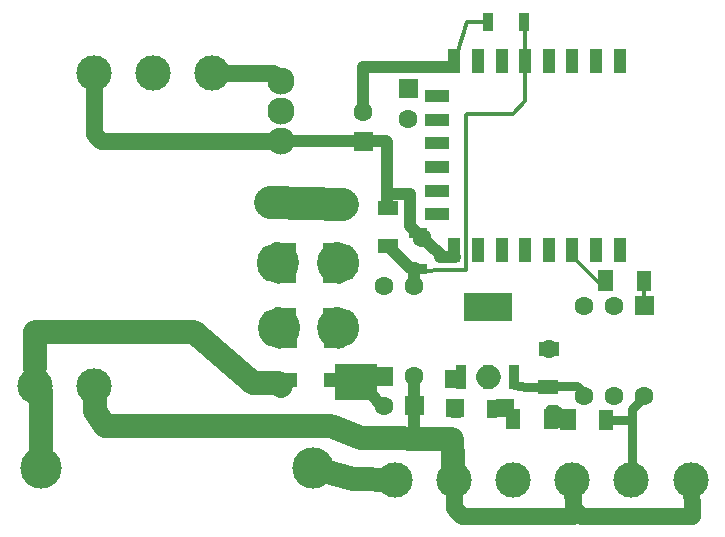
<source format=gbr>
%FSLAX34Y34*%
%MOMM*%
%LNCOPPER_TOP*%
G71*
G01*
%ADD10C, 3.000*%
%ADD11C, 3.500*%
%ADD12R, 1.050X2.000*%
%ADD13R, 2.000X1.000*%
%ADD14C, 2.300*%
%ADD15C, 2.000*%
%ADD16C, 1.400*%
%ADD17R, 1.800X1.300*%
%ADD18C, 1.800*%
%ADD19C, 1.600*%
%ADD20R, 3.600X2.000*%
%ADD21C, 1.000*%
%ADD22C, 1.600*%
%ADD23R, 0.900X2.000*%
%ADD24R, 4.100X2.400*%
%ADD25R, 0.870X1.600*%
%ADD26C, 1.600*%
%ADD27R, 1.300X1.800*%
%ADD28C, 0.300*%
%ADD29R, 1.500X1.600*%
%ADD30C, 0.600*%
%ADD31C, 0.800*%
%ADD32R, 1.600X1.600*%
%ADD33C, 2.800*%
%ADD34R, 1.600X0.870*%
%LPD*%
X573000Y587000D02*
G54D10*
D03*
X523000Y587000D02*
G54D10*
D03*
X473000Y587000D02*
G54D10*
D03*
X423000Y587000D02*
G54D10*
D03*
X373000Y587000D02*
G54D10*
D03*
X323000Y587000D02*
G54D10*
D03*
X23000Y597000D02*
G54D11*
D03*
X253000Y597000D02*
G54D11*
D03*
X68000Y932000D02*
G54D10*
D03*
X118000Y932000D02*
G54D10*
D03*
X168000Y932000D02*
G54D10*
D03*
X18000Y667000D02*
G54D10*
D03*
X68000Y667000D02*
G54D10*
D03*
X573000Y587000D02*
G54D10*
D03*
X523000Y587000D02*
G54D10*
D03*
X473000Y587000D02*
G54D10*
D03*
X423000Y587000D02*
G54D10*
D03*
X373000Y587000D02*
G54D10*
D03*
X323000Y587000D02*
G54D10*
D03*
X23000Y597000D02*
G54D11*
D03*
X253000Y597000D02*
G54D11*
D03*
X68000Y932000D02*
G54D10*
D03*
X118000Y932000D02*
G54D10*
D03*
X168000Y932000D02*
G54D10*
D03*
X18000Y667000D02*
G54D10*
D03*
X68000Y667000D02*
G54D10*
D03*
X573000Y587000D02*
G54D10*
D03*
X523000Y587000D02*
G54D10*
D03*
X473000Y587000D02*
G54D10*
D03*
X423000Y587000D02*
G54D10*
D03*
X373000Y587000D02*
G54D10*
D03*
X323000Y587000D02*
G54D10*
D03*
X23000Y597000D02*
G54D11*
D03*
X253000Y597000D02*
G54D11*
D03*
X68000Y932000D02*
G54D10*
D03*
X118000Y932000D02*
G54D10*
D03*
X168000Y932000D02*
G54D10*
D03*
X18000Y667000D02*
G54D10*
D03*
X68000Y667000D02*
G54D10*
D03*
X513000Y942000D02*
G54D12*
D03*
X493000Y942000D02*
G54D12*
D03*
X473000Y942000D02*
G54D12*
D03*
X453000Y942000D02*
G54D12*
D03*
X433000Y942000D02*
G54D12*
D03*
X413000Y942000D02*
G54D12*
D03*
X393000Y942000D02*
G54D12*
D03*
X373000Y942000D02*
G54D12*
D03*
X513000Y782000D02*
G54D12*
D03*
X493000Y782000D02*
G54D12*
D03*
X473000Y782000D02*
G54D12*
D03*
X453000Y782000D02*
G54D12*
D03*
X433000Y782000D02*
G54D12*
D03*
X413000Y782000D02*
G54D12*
D03*
X393000Y782000D02*
G54D12*
D03*
X373000Y782000D02*
G54D12*
D03*
X358000Y912000D02*
G54D13*
D03*
X358000Y892000D02*
G54D13*
D03*
X358000Y872000D02*
G54D13*
D03*
X358000Y852000D02*
G54D13*
D03*
X358000Y832000D02*
G54D13*
D03*
X358000Y812000D02*
G54D13*
D03*
X226600Y924900D02*
G54D14*
D03*
X226600Y899500D02*
G54D14*
D03*
X226600Y874100D02*
G54D14*
D03*
X226600Y924900D02*
G54D14*
D03*
X226600Y899500D02*
G54D14*
D03*
X226600Y874100D02*
G54D14*
D03*
G54D15*
X253000Y597000D02*
X287600Y587475D01*
X323000Y587000D01*
G54D15*
X373000Y587000D02*
X371412Y622131D01*
X294069Y622481D01*
X268669Y632800D01*
X76900Y632800D01*
X69200Y645500D01*
X68000Y667000D01*
G54D16*
X473800Y587000D02*
X473800Y563400D01*
X480600Y556600D01*
X574500Y556600D01*
X573800Y587000D01*
X231204Y671853D02*
G54D17*
D03*
X231304Y704353D02*
G54D17*
D03*
X271204Y671853D02*
G54D17*
D03*
X271304Y704353D02*
G54D17*
D03*
X270204Y781853D02*
G54D17*
D03*
X270304Y814353D02*
G54D17*
D03*
X270204Y726853D02*
G54D17*
D03*
X270304Y759353D02*
G54D17*
D03*
X230204Y781853D02*
G54D17*
D03*
X230304Y814353D02*
G54D17*
D03*
X230204Y726853D02*
G54D17*
D03*
X230304Y759353D02*
G54D17*
D03*
G54D15*
X18000Y682000D02*
X18000Y712000D01*
X153000Y712000D01*
X202638Y668862D01*
G54D18*
G75*
G01X233638Y715862D02*
G03X233638Y715862I-9000J0D01*
G01*
G54D18*
G75*
G01X232638Y770862D02*
G03X232638Y770862I-9000J0D01*
G01*
G54D18*
G75*
G01X283638Y715862D02*
G03X283638Y715862I-9000J0D01*
G01*
G54D18*
G75*
G01X283638Y770862D02*
G03X283638Y770862I-9000J0D01*
G01*
G54D15*
X202638Y668862D02*
X224638Y668862D01*
X226638Y666862D01*
G36*
X305112Y666917D02*
X305112Y682917D01*
X321112Y682917D01*
X321112Y666917D01*
X305112Y666917D01*
G37*
X338612Y674917D02*
G54D19*
D03*
X313112Y751417D02*
G54D19*
D03*
X338612Y751417D02*
G54D19*
D03*
X289818Y675182D02*
G54D20*
D03*
X289818Y665182D02*
G54D20*
D03*
G54D16*
X373000Y587000D02*
X373000Y563400D01*
X379800Y556600D01*
X473700Y556600D01*
X473000Y587000D01*
X317035Y784796D02*
G54D17*
D03*
X317135Y817296D02*
G54D17*
D03*
G54D16*
X68000Y932000D02*
X68000Y880300D01*
X74200Y874100D01*
X226600Y874100D01*
G54D16*
X168000Y932000D02*
X219500Y932000D01*
X226600Y924900D01*
G54D21*
X226600Y874100D02*
X315500Y874100D01*
X316294Y873306D01*
X316294Y818138D01*
X317135Y817296D01*
G54D21*
X338612Y751417D02*
X338612Y765449D01*
X339312Y766150D01*
X335681Y766150D01*
X317035Y784796D01*
X313866Y649869D02*
G54D22*
D03*
G36*
X347266Y641869D02*
X331266Y641869D01*
X331266Y657869D01*
X347266Y657869D01*
X347266Y641869D01*
G37*
G54D21*
X313866Y649869D02*
X311924Y649869D01*
X301212Y660581D01*
G54D21*
X338612Y674917D02*
X338612Y650524D01*
X339266Y649869D01*
X339266Y620940D01*
X340106Y620100D01*
X379000Y674472D02*
G54D23*
D03*
X401200Y674472D02*
G54D23*
D03*
X423500Y674472D02*
G54D23*
D03*
X401200Y733272D02*
G54D24*
D03*
X374634Y647484D02*
G54D25*
D03*
X405034Y647484D02*
G54D25*
D03*
G36*
X541781Y726400D02*
X525781Y726400D01*
X525781Y742400D01*
X541781Y742400D01*
X541781Y726400D01*
G37*
X508381Y734400D02*
G54D26*
D03*
X482981Y734400D02*
G54D26*
D03*
X482981Y658200D02*
G54D26*
D03*
X508381Y658200D02*
G54D26*
D03*
X533781Y658200D02*
G54D26*
D03*
X295832Y898930D02*
G54D22*
D03*
G36*
X287832Y865530D02*
X287832Y881530D01*
X303832Y881530D01*
X303832Y865530D01*
X287832Y865530D01*
G37*
G54D21*
X316438Y828856D02*
X335344Y828856D01*
X335344Y801869D01*
X363125Y775675D01*
X360744Y775675D01*
X373444Y775675D01*
G54D21*
X295832Y898930D02*
X295832Y936630D01*
X295656Y936806D01*
X372806Y936806D01*
X373000Y937000D01*
G36*
X462867Y647327D02*
X475867Y647327D01*
X475868Y629327D01*
X462868Y629327D01*
X462867Y647327D01*
G37*
X501867Y638227D02*
G54D27*
D03*
X452860Y697944D02*
G54D17*
D03*
X452760Y665444D02*
G54D17*
D03*
G36*
X494453Y764851D02*
X507453Y764851D01*
X507453Y746851D01*
X494453Y746851D01*
X494453Y764851D01*
G37*
X533453Y755751D02*
G54D27*
D03*
X422303Y638456D02*
G54D27*
D03*
X454803Y638356D02*
G54D27*
D03*
G54D28*
X338612Y765449D02*
X346000Y764000D01*
X363362Y764562D01*
X382969Y764562D01*
X382969Y896325D01*
X383762Y897119D01*
X422656Y897119D01*
X432769Y908231D01*
X433000Y942000D01*
X415734Y647565D02*
G54D29*
D03*
G54D30*
X453056Y648278D02*
X459416Y648278D01*
X469367Y638327D01*
G54D31*
X502388Y638227D02*
X522128Y638227D01*
X523189Y637166D01*
X523189Y647088D01*
X534302Y658200D01*
G54D31*
X523189Y637166D02*
X523189Y587331D01*
X523520Y587000D01*
X373220Y648059D02*
G54D29*
D03*
X402812Y673236D02*
G54D22*
D03*
X372827Y672711D02*
G54D22*
D03*
X373220Y648059D02*
G54D22*
D03*
X224638Y668862D02*
G54D22*
D03*
X202638Y668862D02*
G54D22*
D03*
X346059Y791947D02*
G54D22*
D03*
X461947Y638356D02*
G54D22*
D03*
G54D31*
X482981Y658200D02*
X482981Y660581D01*
X477028Y666534D01*
X453851Y666534D01*
X452760Y665444D01*
X433719Y665444D01*
X423897Y667328D01*
X452860Y697944D02*
G54D22*
D03*
X333912Y892944D02*
G54D22*
D03*
G36*
X341912Y926344D02*
X341912Y910344D01*
X325912Y910344D01*
X325912Y926344D01*
X341912Y926344D01*
G37*
X372827Y672711D02*
G54D32*
D03*
G54D15*
X401796Y674253D02*
X401990Y674426D01*
G54D28*
X496475Y751069D02*
X496475Y752656D01*
X473456Y775675D01*
G54D28*
X533781Y734400D02*
X533781Y755423D01*
X533453Y755751D01*
X287638Y669162D02*
G54D22*
D03*
G54D15*
X23000Y597000D02*
X23000Y662000D01*
X18000Y667000D01*
G54D33*
X217000Y822000D02*
X278000Y821000D01*
X275000Y821000D01*
X342059Y795947D02*
G54D34*
D03*
X342059Y765547D02*
G54D34*
D03*
X432313Y974934D02*
G54D25*
D03*
X401913Y974934D02*
G54D25*
D03*
G54D28*
X433000Y942000D02*
X433000Y974246D01*
X432313Y974934D01*
G54D28*
X372000Y948000D02*
X374979Y948000D01*
X384000Y975000D01*
X401913Y974934D01*
M02*

</source>
